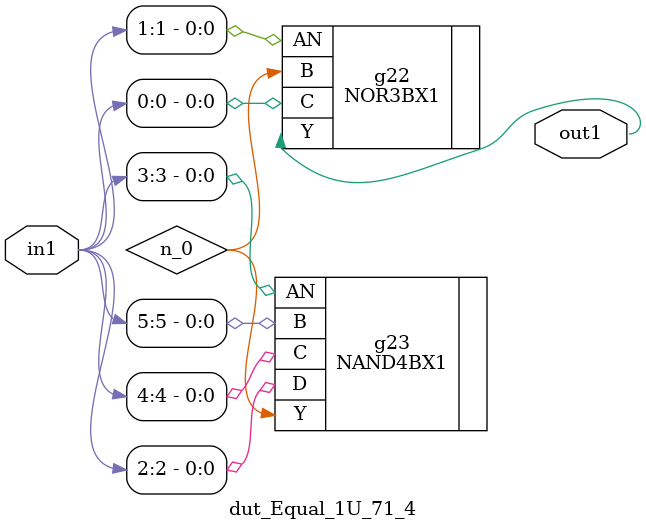
<source format=v>
`timescale 1ps / 1ps


module dut_Equal_1U_71_4(in1, out1);
  input [5:0] in1;
  output out1;
  wire [5:0] in1;
  wire out1;
  wire n_0;
  NOR3BX1 g22(.AN (in1[1]), .B (n_0), .C (in1[0]), .Y (out1));
  NAND4BX1 g23(.AN (in1[3]), .B (in1[5]), .C (in1[4]), .D (in1[2]), .Y
       (n_0));
endmodule



</source>
